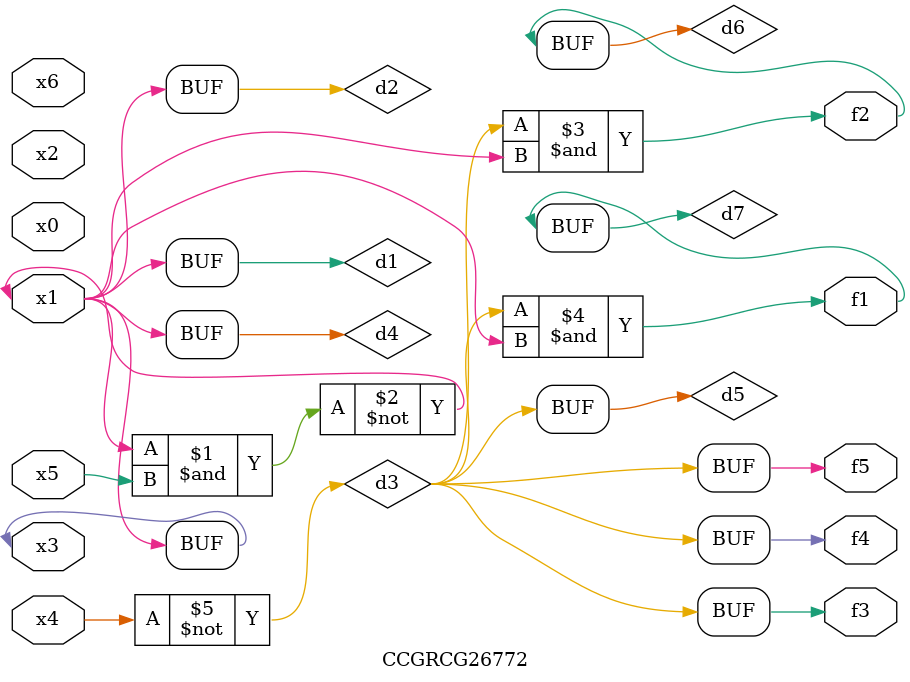
<source format=v>
module CCGRCG26772(
	input x0, x1, x2, x3, x4, x5, x6,
	output f1, f2, f3, f4, f5
);

	wire d1, d2, d3, d4, d5, d6, d7;

	buf (d1, x1, x3);
	nand (d2, x1, x5);
	not (d3, x4);
	buf (d4, d1, d2);
	buf (d5, d3);
	and (d6, d3, d4);
	and (d7, d3, d4);
	assign f1 = d7;
	assign f2 = d6;
	assign f3 = d5;
	assign f4 = d5;
	assign f5 = d5;
endmodule

</source>
